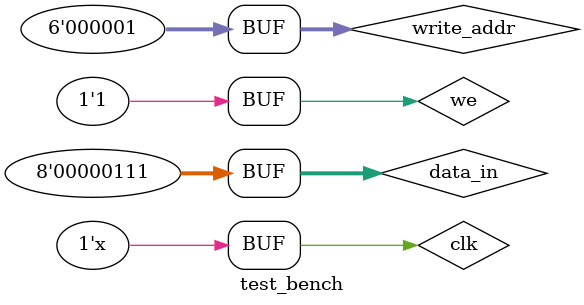
<source format=v>
`timescale 1ns / 1ps


module test_bench(

    );
    reg [7:0]data_in;
    reg [5:0]write_addr;
    reg we,clk;
    wire [7:0]data_out;
     RAM_single_port1 GH1(data_out,data_in,write_addr,we,clk);
     initial begin
     clk=0; we=0;
     #10 clk=1; we=1; data_in=3; write_addr=0; 
     #30 data_in=7; write_addr=1;
     end
     always # 5 clk=~clk;
     endmodule
    

</source>
